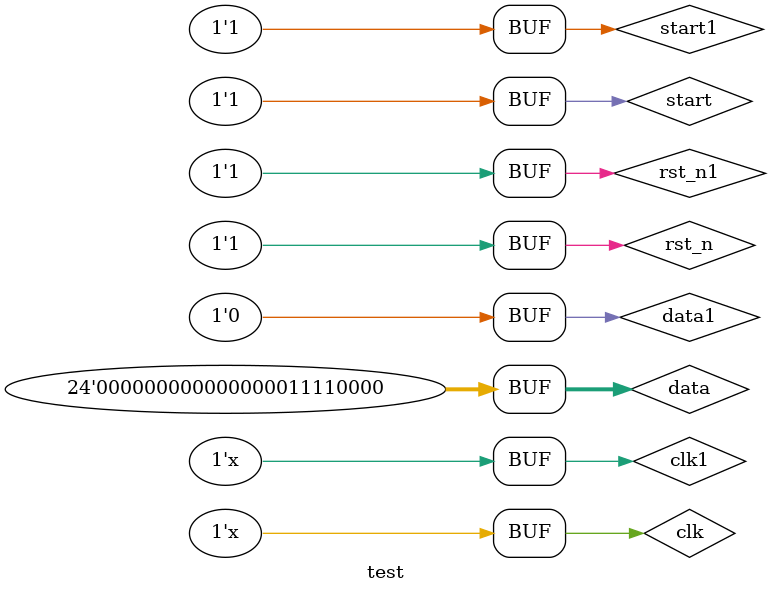
<source format=v>
`timescale 1ns / 1ps


module test;
reg [23:0]data;
reg clk;
reg rst_n;
wire ack;
reg  start;
wire  i2c_sclk;
wire  i2c_sdat;
wire  clk1;
wire  rst_n1;


initial begin
    data=24'd0;
    clk=0;
    rst_n=0;
    start=0;
    #100 rst_n=1;
    #200 start=1;
    data =24'd240;

end

i2c_com uuu(
               .clock_i2c(clk1),          //i2c控制接口传输所需时钟，0-400khz，此处为20khz
               .reset_n(rst_n),     
               .ack(ack),              //应答信号
               .i2c_data(data1),          //24位i2c发送数据
               .start(start1),             //开始传输标志
               .tr_end(),            //传输结束标志
               .i2c_sclk(i2c_sclk),          //FPGA与WM8731的I2C时钟接口
               .i2c_sdat (i2c_sdat)          //FPGA与WM8731的I2C数据接口

        );                       
always #10 clk<=~clk;
assign data1  =data;
assign clk1   = clk;
assign rst_n1 = rst_n;
assign start1 =start;


endmodule

</source>
